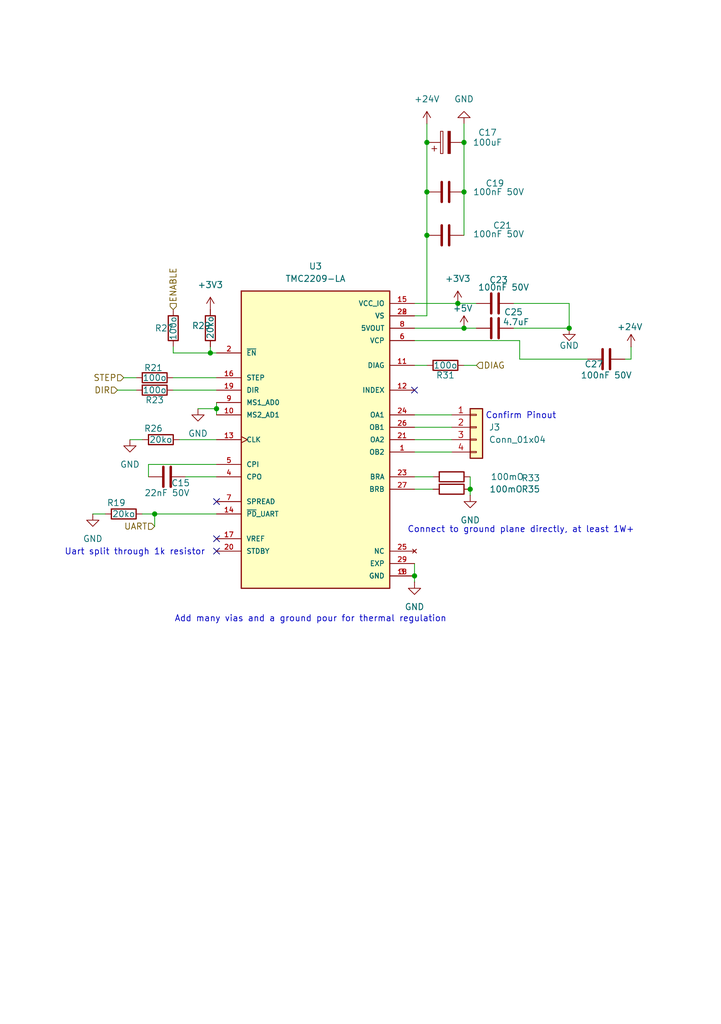
<source format=kicad_sch>
(kicad_sch (version 20250114) (generator "eeschema") (generator_version "9.0")
  (paper "A5" portrait)
  (lib_symbols
    (symbol "Connector_Generic:Conn_01x04" (pin_names (offset 1.016) (hide yes))
      (property "Reference" "J" (at 0 5.08 0))
      (property "Value" "Conn_01x04" (at 0 -7.62 0))
      (symbol "Conn_01x04_1_1"
        (rectangle (start -1.27 3.81) (end 1.27 -6.35) (stroke (width 0.254)) (fill (type background)))
        (rectangle (start -1.27 2.667) (end 0 2.413) (stroke (width 0.1524)))
        (rectangle (start -1.27 0.127) (end 0 -0.127) (stroke (width 0.1524)))
        (rectangle (start -1.27 -2.413) (end 0 -2.667) (stroke (width 0.1524)))
        (rectangle (start -1.27 -4.953) (end 0 -5.207) (stroke (width 0.1524)))
        (pin passive line (at -5.08 2.54 0) (length 3.81) (name "Pin_1") (number "1"))
        (pin passive line (at -5.08 0 0) (length 3.81) (name "Pin_2") (number "2"))
        (pin passive line (at -5.08 -2.54 0) (length 3.81) (name "Pin_3") (number "3"))
        (pin passive line (at -5.08 -5.08 0) (length 3.81) (name "Pin_4") (number "4"))
      )
    )
    (symbol "Device:C" (pin_numbers (hide yes)) (pin_names (offset 0.254))
      (property "Reference" "C" (at 0.635 2.54 0))
      (property "Value" "C" (at 0.635 -2.54 0))
      (symbol "C_0_1"
        (polyline (pts (xy -2.032 0.762) (xy 2.032 0.762)) (stroke (width 0.508)))
        (polyline (pts (xy -2.032 -0.762) (xy 2.032 -0.762)) (stroke (width 0.508)))
      )
      (symbol "C_1_1"
        (pin passive line (at 0 3.81 270) (length 2.794) (name "~") (number "1"))
        (pin passive line (at 0 -3.81 90) (length 2.794) (name "~") (number "2"))
      )
    )
    (symbol "Device:C_Polarized" (pin_numbers (hide yes)) (pin_names (offset 0.254))
      (property "Reference" "C" (at 0.635 2.54 0))
      (property "Value" "C_Polarized" (at 0.635 -2.54 0))
      (symbol "C_Polarized_0_1"
        (rectangle (start -2.286 0.508) (end 2.286 1.016))
        (polyline (pts (xy -1.778 2.286) (xy -0.762 2.286)))
        (polyline (pts (xy -1.27 2.794) (xy -1.27 1.778)))
        (rectangle (start 2.286 -0.508) (end -2.286 -1.016) (fill (type outline)))
      )
      (symbol "C_Polarized_1_1"
        (pin passive line (at 0 3.81 270) (length 2.794) (name "~") (number "1"))
        (pin passive line (at 0 -3.81 90) (length 2.794) (name "~") (number "2"))
      )
    )
    (symbol "Device:R" (pin_numbers (hide yes)) (pin_names (offset 0))
      (property "Reference" "R" (at 2.032 0 90))
      (property "Value" "R" (at 0 0 90))
      (symbol "R_0_1"
        (rectangle (start -1.016 -2.54) (end 1.016 2.54) (stroke (width 0.254)))
      )
      (symbol "R_1_1"
        (pin passive line (at 0 3.81 270) (length 1.27) (name "~") (number "1"))
        (pin passive line (at 0 -3.81 90) (length 1.27) (name "~") (number "2"))
      )
    )
    (symbol "TMC2209-LA:TMC2209-LA" (pin_names (offset 1.016))
      (property "Reference" "U" (at -15.24 30.48 0))
      (property "Value" "TMC2209-LA" (at -15.24 -33.02 0))
      (symbol "TMC2209-LA_0_0"
        (rectangle (start -15.24 -30.48) (end 15.24 30.48) (stroke (width 0.254)) (fill (type background)))
        (pin input line (at -20.32 17.78 0) (length 5.08) (name "~{EN}") (number "2"))
        (pin input line (at -20.32 12.7 0) (length 5.08) (name "STEP") (number "16"))
        (pin input line (at -20.32 10.16 0) (length 5.08) (name "DIR") (number "19"))
        (pin input line (at -20.32 7.62 0) (length 5.08) (name "MS1_AD0") (number "9"))
        (pin input line (at -20.32 5.08 0) (length 5.08) (name "MS2_AD1") (number "10"))
        (pin input clock (at -20.32 0 0) (length 5.08) (name "CLK") (number "13"))
        (pin input line (at -20.32 -5.08 0) (length 5.08) (name "CPI") (number "5"))
        (pin output line (at -20.32 -7.62 0) (length 5.08) (name "CPO") (number "4"))
        (pin input line (at -20.32 -12.7 0) (length 5.08) (name "SPREAD") (number "7"))
        (pin bidirectional line (at -20.32 -15.24 0) (length 5.08) (name "~{PD}_UART") (number "14"))
        (pin input line (at -20.32 -20.32 0) (length 5.08) (name "VREF") (number "17"))
        (pin input line (at -20.32 -22.86 0) (length 5.08) (name "STDBY") (number "20"))
        (pin power_in line (at 20.32 27.94 180) (length 5.08) (name "VCC_IO") (number "15"))
        (pin power_in line (at 20.32 25.4 180) (length 5.08) (name "VS") (number "22"))
        (pin power_in line (at 20.32 25.4 180) (length 5.08) (name "VS") (number "28"))
        (pin power_in line (at 20.32 22.86 180) (length 5.08) (name "5VOUT") (number "8"))
        (pin power_in line (at 20.32 20.32 180) (length 5.08) (name "VCP") (number "6"))
        (pin output line (at 20.32 15.24 180) (length 5.08) (name "DIAG") (number "11"))
        (pin output line (at 20.32 10.16 180) (length 5.08) (name "INDEX") (number "12"))
        (pin output line (at 20.32 5.08 180) (length 5.08) (name "OA1") (number "24"))
        (pin output line (at 20.32 2.54 180) (length 5.08) (name "OB1") (number "26"))
        (pin output line (at 20.32 0 180) (length 5.08) (name "OA2") (number "21"))
        (pin output line (at 20.32 -2.54 180) (length 5.08) (name "OB2") (number "1"))
        (pin bidirectional line (at 20.32 -7.62 180) (length 5.08) (name "BRA") (number "23"))
        (pin bidirectional line (at 20.32 -10.16 180) (length 5.08) (name "BRB") (number "27"))
        (pin no_connect line (at 20.32 -22.86 180) (length 5.08) (name "NC") (number "25"))
        (pin power_in line (at 20.32 -25.4 180) (length 5.08) (name "EXP") (number "29"))
        (pin power_in line (at 20.32 -27.94 180) (length 5.08) (name "GND") (number "18"))
        (pin power_in line (at 20.32 -27.94 180) (length 5.08) (name "GND") (number "3"))
      )
    )
    (symbol "power:+24V" (power) (pin_numbers (hide yes)) (pin_names (offset 0) (hide yes))
      (property "Value" "+24V" (at 0 3.556 0))
      (symbol "+24V_0_1"
        (polyline (pts (xy -0.762 1.27) (xy 0 2.54)))
        (polyline (pts (xy 0 2.54) (xy 0.762 1.27)))
        (polyline (pts (xy 0 0) (xy 0 2.54)))
      )
      (symbol "+24V_1_1"
        (pin power_in line (at 0 0 90) (length 0) (name "~") (number "1"))
      )
    )
    (symbol "power:+3V3" (power) (pin_numbers (hide yes)) (pin_names (offset 0) (hide yes))
      (property "Value" "+3V3" (at 0 3.556 0))
      (symbol "+3V3_0_1"
        (polyline (pts (xy -0.762 1.27) (xy 0 2.54)))
        (polyline (pts (xy 0 2.54) (xy 0.762 1.27)))
        (polyline (pts (xy 0 0) (xy 0 2.54)))
      )
      (symbol "+3V3_1_1"
        (pin power_in line (at 0 0 90) (length 0) (name "~") (number "1"))
      )
    )
    (symbol "power:+5V" (power) (pin_numbers (hide yes)) (pin_names (offset 0) (hide yes))
      (property "Value" "+5V" (at 0 3.556 0))
      (symbol "+5V_0_1"
        (polyline (pts (xy -0.762 1.27) (xy 0 2.54)))
        (polyline (pts (xy 0 2.54) (xy 0.762 1.27)))
        (polyline (pts (xy 0 0) (xy 0 2.54)))
      )
      (symbol "+5V_1_1"
        (pin power_in line (at 0 0 90) (length 0) (name "~") (number "1"))
      )
    )
    (symbol "power:GND" (power) (pin_numbers (hide yes)) (pin_names (offset 0) (hide yes))
      (property "Value" "GND" (at 0 -3.81 0))
      (symbol "GND_0_1"
        (polyline (pts (xy 0 0) (xy 0 -1.27) (xy 1.27 -1.27) (xy 0 -2.54) (xy -1.27 -1.27) (xy 0 -1.27)))
      )
      (symbol "GND_1_1"
        (pin power_in line (at 0 0 270) (length 0) (name "~") (number "1"))
      )
    )
  )
  (text "Confirm Pinout" (at 106.934 85.344 0) (effects (font (size 1.27 1.27))))
  (text "Uart split through 1k resistor" (at 27.686 113.284 0) (effects (font (size 1.27 1.27))))
  (text "Add many vias and a ground pour for thermal regulation" (at 63.754 127 0) (effects (font (size 1.27 1.27))))
  (text "Connect to ground plane directly, at least 1W+" (at 106.934 108.712 0) (effects (font (size 1.27 1.27))))
  (junction (at 95.25 29.21))
  (junction (at 85.09 118.11))
  (junction (at 87.63 39.37))
  (junction (at 31.75 105.41))
  (junction (at 116.84 67.31))
  (junction (at 93.98 62.23))
  (junction (at 44.45 83.82))
  (junction (at 95.25 39.37))
  (junction (at 95.25 67.31))
  (junction (at 87.63 29.21))
  (junction (at 96.52 100.33))
  (junction (at 43.18 72.39))
  (junction (at 87.63 48.26))
  (no_connect (at 44.45 102.87))
  (no_connect (at 44.45 113.03))
  (no_connect (at 44.45 110.49))
  (no_connect (at 85.09 80.01))
  (wire (pts (xy 87.63 25.4) (xy 87.63 29.21)))
  (wire (pts (xy 85.09 118.11) (xy 85.09 119.38)))
  (wire (pts (xy 129.54 71.12) (xy 129.54 73.66)))
  (wire (pts (xy 116.84 62.23) (xy 116.84 67.31)))
  (wire (pts (xy 85.09 67.31) (xy 95.25 67.31)))
  (wire (pts (xy 95.25 29.21) (xy 95.25 39.37)))
  (wire (pts (xy 43.18 72.39) (xy 44.45 72.39)))
  (wire (pts (xy 87.63 29.21) (xy 87.63 39.37)))
  (wire (pts (xy 44.45 97.79) (xy 38.1 97.79)))
  (wire (pts (xy 43.18 72.39) (xy 35.56 72.39)))
  (wire (pts (xy 106.68 73.66) (xy 120.65 73.66)))
  (wire (pts (xy 31.75 105.41) (xy 44.45 105.41)))
  (wire (pts (xy 40.64 83.82) (xy 44.45 83.82)))
  (wire (pts (xy 25.4 77.47) (xy 27.94 77.47)))
  (wire (pts (xy 35.56 80.01) (xy 44.45 80.01)))
  (wire (pts (xy 96.52 100.33) (xy 96.52 101.6)))
  (wire (pts (xy 26.67 90.17) (xy 29.21 90.17)))
  (wire (pts (xy 29.21 105.41) (xy 31.75 105.41)))
  (wire (pts (xy 85.09 64.77) (xy 87.63 64.77)))
  (wire (pts (xy 95.25 25.4) (xy 95.25 29.21)))
  (wire (pts (xy 24.13 80.01) (xy 27.94 80.01)))
  (wire (pts (xy 44.45 95.25) (xy 30.48 95.25)))
  (wire (pts (xy 44.45 82.55) (xy 44.45 83.82)))
  (wire (pts (xy 44.45 83.82) (xy 44.45 85.09)))
  (wire (pts (xy 96.52 97.79) (xy 96.52 100.33)))
  (wire (pts (xy 87.63 48.26) (xy 87.63 64.77)))
  (wire (pts (xy 95.25 39.37) (xy 95.25 48.26)))
  (wire (pts (xy 87.63 39.37) (xy 87.63 48.26)))
  (wire (pts (xy 85.09 90.17) (xy 92.71 90.17)))
  (wire (pts (xy 43.18 71.12) (xy 43.18 72.39)))
  (wire (pts (xy 36.83 90.17) (xy 44.45 90.17)))
  (wire (pts (xy 31.75 107.95) (xy 31.75 105.41)))
  (wire (pts (xy 95.25 67.31) (xy 97.79 67.31)))
  (wire (pts (xy 19.05 105.41) (xy 21.59 105.41)))
  (wire (pts (xy 85.09 87.63) (xy 92.71 87.63)))
  (wire (pts (xy 85.09 97.79) (xy 88.9 97.79)))
  (wire (pts (xy 93.98 62.23) (xy 97.79 62.23)))
  (wire (pts (xy 97.79 74.93) (xy 95.25 74.93)))
  (wire (pts (xy 85.09 115.57) (xy 85.09 118.11)))
  (wire (pts (xy 30.48 95.25) (xy 30.48 97.79)))
  (wire (pts (xy 35.56 72.39) (xy 35.56 71.12)))
  (wire (pts (xy 106.68 69.85) (xy 85.09 69.85)))
  (wire (pts (xy 105.41 67.31) (xy 116.84 67.31)))
  (wire (pts (xy 85.09 100.33) (xy 88.9 100.33)))
  (wire (pts (xy 106.68 73.66) (xy 106.68 69.85)))
  (wire (pts (xy 85.09 85.09) (xy 92.71 85.09)))
  (wire (pts (xy 129.54 73.66) (xy 128.27 73.66)))
  (wire (pts (xy 35.56 77.47) (xy 44.45 77.47)))
  (wire (pts (xy 85.09 92.71) (xy 92.71 92.71)))
  (wire (pts (xy 85.09 62.23) (xy 93.98 62.23)))
  (wire (pts (xy 105.41 62.23) (xy 116.84 62.23)))
  (wire (pts (xy 85.09 74.93) (xy 87.63 74.93)))
  (hierarchical_label "DIAG" (shape input) (at 97.79 74.93 0))
  (hierarchical_label "ENABLE" (shape input) (at 35.56 63.5 90))
  (hierarchical_label "DIR" (shape input) (at 24.13 80.01 180))
  (hierarchical_label "STEP" (shape input) (at 25.4 77.47 180))
  (hierarchical_label "UART" (shape input) (at 31.75 107.95 180))
  (symbol (lib_id "power:GND") (at 116.84 67.31 0) (unit 1)
    (property "Reference" "#PWR08" (effects (hide yes)))
    (property "Value" "GND" (at 116.84 70.866 0))
    (property "Description" "Power symbol creates a global label with name \"GND\" , ground" (effects (hide yes)))
    (instances (project "A1-Main-Board" (path "" (reference "#PWR045") (unit 1)) (path "" (reference "#PWR023") (unit 1)) (path "" (reference "#PWR08") (unit 1))))
  )
  (symbol (lib_id "Device:C_Polarized") (at 91.44 29.21 90) (unit 1)
    (property "Reference" "C7" (at 100.076 27.178 90))
    (property "Value" "100uF" (at 100.076 29.21 90))
    (property "Footprint" "Capacitor_SMD:CP_Elec_8x10" (effects (hide yes)))
    (property "Description" "Polarized capacitor" (effects (hide yes)))
    (instances (project "A1-Main-Board" (path "" (reference "C17") (unit 1)) (path "" (reference "C9") (unit 1)) (path "" (reference "C7") (unit 1))))
  )
  (symbol (lib_id "Device:C") (at 34.29 97.79 90) (unit 1)
    (property "Reference" "C1" (at 37.084 99.06 90))
    (property "Value" "22nF 50V" (at 34.29 101.092 90))
    (property "Description" "Unpolarized capacitor" (effects (hide yes)))
    (instances (project "A1-Main-Board" (path "" (reference "C15") (unit 1)) (path "" (reference "C8") (unit 1)) (path "" (reference "C1") (unit 1))))
  )
  (symbol (lib_id "Device:R") (at 33.02 90.17 90) (unit 1)
    (property "Reference" "R7" (at 31.496 87.884 90))
    (property "Value" "20ko" (at 33.02 90.17 90))
    (property "Description" "Resistor" (effects (hide yes)))
    (instances (project "A1-Main-Board" (path "" (reference "R26") (unit 1)) (path "" (reference "R13") (unit 1)) (path "" (reference "R7") (unit 1))))
  )
  (symbol (lib_id "TMC2209-LA:TMC2209-LA") (at 64.77 90.17 0) (unit 1)
    (property "Reference" "U1" (at 64.77 54.61 0))
    (property "Value" "TMC2209-LA" (at 64.77 57.15 0))
    (property "Footprint" "TMC2209-LA:QFN50P500X500X90-29N" (effects (hide yes)))
    (property "MF" "Trinamic" (effects (hide yes)))
    (property "MAXIMUM_PACKAGE_HEIGHT" "0.90mm" (effects (hide yes)))
    (property "Package" "VFQFN-28 Trinamic" (effects (hide yes)))
    (property "Price" "None" (effects (hide yes)))
    (property "Check_prices" "https://www.snapeda.com/parts/TMC2209-LA/Trinamic/view-part/?ref=eda" (effects (hide yes)))
    (property "STANDARD" "IPC-7351B" (effects (hide yes)))
    (property "PARTREV" "1.08" (effects (hide yes)))
    (property "SnapEDA_Link" "https://www.snapeda.com/parts/TMC2209-LA/Trinamic/view-part/?ref=snap" (effects (hide yes)))
    (property "MP" "TMC2209-LA" (effects (hide yes)))
    (property "Description_1" "\n                        \n                            Motor / Motion / Ignition Controllers & Drivers Silent stepper motor driver 5 to 36V, up to 1.4A with S/D and UART Interface, 256  Steps, SpreadCycle and Stealthchop2\n                        \n" (effects (hide yes)))
    (property "MANUFACTURER" "Trinamic" (effects (hide yes)))
    (property "Availability" "Not in stock" (effects (hide yes)))
    (property "SNAPEDA_PN" "TMC2209-LA" (effects (hide yes)))
    (instances (project "A1-Main-Board" (path "" (reference "U3") (unit 1)) (path "" (reference "U2") (unit 1)) (path "" (reference "U1") (unit 1))))
  )
  (symbol (lib_id "power:GND") (at 19.05 105.41 0) (unit 1)
    (property "Reference" "#PWR06" (effects (hide yes)))
    (property "Value" "GND" (at 19.05 110.49 0))
    (property "Description" "Power symbol creates a global label with name \"GND\" , ground" (effects (hide yes)))
    (instances (project "A1-Main-Board" (path "" (reference "#PWR025") (unit 1)) (path "" (reference "#PWR013") (unit 1)) (path "" (reference "#PWR06") (unit 1))))
  )
  (symbol (lib_id "Device:R") (at 43.18 67.31 180) (unit 1)
    (property "Reference" "R5" (at 39.37 66.802 0) (effects (justify right)))
    (property "Value" "20ko" (at 43.18 69.596 90) (effects (justify right)))
    (property "Description" "Resistor" (effects (hide yes)))
    (instances (project "A1-Main-Board" (path "" (reference "R29") (unit 1)) (path "" (reference "R15") (unit 1)) (path "" (reference "R5") (unit 1))))
  )
  (symbol (lib_id "Device:R") (at 31.75 80.01 90) (unit 1)
    (property "Reference" "R4" (at 31.75 82.042 90))
    (property "Value" "100o" (at 31.75 80.01 90))
    (property "Description" "Resistor" (effects (hide yes)))
    (instances (project "A1-Main-Board" (path "" (reference "R23") (unit 1)) (path "" (reference "R12") (unit 1)) (path "" (reference "R4") (unit 1))))
  )
  (symbol (lib_id "Device:C") (at 124.46 73.66 90) (unit 1)
    (property "Reference" "C2" (at 121.92 74.676 90))
    (property "Value" "100nF 50V" (at 124.46 76.962 90))
    (property "Description" "Unpolarized capacitor" (effects (hide yes)))
    (instances (project "A1-Main-Board" (path "" (reference "C27") (unit 1)) (path "" (reference "C14") (unit 1)) (path "" (reference "C2") (unit 1))))
  )
  (symbol (lib_id "power:GND") (at 96.52 101.6 0) (unit 1)
    (property "Reference" "#PWR01" (effects (hide yes)))
    (property "Value" "GND" (at 96.52 106.68 0))
    (property "Description" "Power symbol creates a global label with name \"GND\" , ground" (effects (hide yes)))
    (instances (project "A1-Main-Board" (path "" (reference "#PWR043") (unit 1)) (path "" (reference "#PWR022") (unit 1)) (path "" (reference "#PWR01") (unit 1))))
  )
  (symbol (lib_id "power:+24V") (at 129.54 71.12 0) (unit 1)
    (property "Reference" "#PWR07" (effects (hide yes)))
    (property "Value" "+24V" (at 129.286 67.056 0))
    (property "Description" "Power symbol creates a global label with name \"+24V\"" (effects (hide yes)))
    (instances (project "A1-Main-Board" (path "" (reference "#PWR047") (unit 1)) (path "" (reference "#PWR024") (unit 1)) (path "" (reference "#PWR07") (unit 1))))
  )
  (symbol (lib_id "power:+3V3") (at 43.18 63.5 0) (unit 1)
    (property "Reference" "#PWR04" (effects (hide yes)))
    (property "Value" "+3V3" (at 43.18 58.42 0))
    (property "Description" "Power symbol creates a global label with name \"+3V3\"" (effects (hide yes)))
    (instances (project "A1-Main-Board" (path "" (reference "#PWR031") (unit 1)) (path "" (reference "#PWR016") (unit 1)) (path "" (reference "#PWR04") (unit 1))))
  )
  (symbol (lib_id "power:GND") (at 95.25 25.4 180) (unit 1)
    (property "Reference" "#PWR012" (effects (hide yes)))
    (property "Value" "GND" (at 95.25 20.32 0))
    (property "Description" "Power symbol creates a global label with name \"GND\" , ground" (effects (hide yes)))
    (instances (project "A1-Main-Board" (path "" (reference "#PWR039") (unit 1)) (path "" (reference "#PWR020") (unit 1)) (path "" (reference "#PWR012") (unit 1))))
  )
  (symbol (lib_id "power:GND") (at 26.67 90.17 0) (unit 1)
    (property "Reference" "#PWR05" (effects (hide yes)))
    (property "Value" "GND" (at 26.67 95.25 0))
    (property "Description" "Power symbol creates a global label with name \"GND\" , ground" (effects (hide yes)))
    (instances (project "A1-Main-Board" (path "" (reference "#PWR027") (unit 1)) (path "" (reference "#PWR014") (unit 1)) (path "" (reference "#PWR05") (unit 1))))
  )
  (symbol (lib_id "Device:C") (at 101.6 62.23 90) (unit 1)
    (property "Reference" "C4" (at 102.362 57.404 90))
    (property "Value" "100nF 50V" (at 103.378 58.928 90))
    (property "Description" "Unpolarized capacitor" (effects (hide yes)))
    (instances (project "A1-Main-Board" (path "" (reference "C23") (unit 1)) (path "" (reference "C12") (unit 1)) (path "" (reference "C4") (unit 1))))
  )
  (symbol (lib_id "Device:R") (at 35.56 67.31 0) (unit 1)
    (property "Reference" "R6" (at 31.75 67.31 0) (effects (justify left)))
    (property "Value" "100o" (at 35.56 69.85 90) (effects (justify left)))
    (property "Description" "Resistor" (effects (hide yes)))
    (instances (project "A1-Main-Board" (path "" (reference "R27") (unit 1)) (path "" (reference "R14") (unit 1)) (path "" (reference "R6") (unit 1))))
  )
  (symbol (lib_id "Device:R") (at 92.71 97.79 90) (unit 1)
    (property "Reference" "R1" (at 108.966 98.044 90))
    (property "Value" "100mO" (at 104.14 97.79 90))
    (property "Description" "Resistor" (effects (hide yes)))
    (instances (project "A1-Main-Board" (path "" (reference "R33") (unit 1)) (path "" (reference "R17") (unit 1)) (path "" (reference "R1") (unit 1))))
  )
  (symbol (lib_id "Device:R") (at 91.44 74.93 90) (unit 1)
    (property "Reference" "R9" (at 91.44 76.962 90))
    (property "Value" "100o" (at 91.44 74.93 90))
    (property "Description" "Resistor" (effects (hide yes)))
    (instances (project "A1-Main-Board" (path "" (reference "R31") (unit 1)) (path "" (reference "R16") (unit 1)) (path "" (reference "R9") (unit 1))))
  )
  (symbol (lib_id "power:GND") (at 85.09 119.38 0) (unit 1)
    (property "Reference" "#PWR02" (effects (hide yes)))
    (property "Value" "GND" (at 85.09 124.46 0))
    (property "Description" "Power symbol creates a global label with name \"GND\" , ground" (effects (hide yes)))
    (instances (project "A1-Main-Board" (path "" (reference "#PWR033") (unit 1)) (path "" (reference "#PWR017") (unit 1)) (path "" (reference "#PWR02") (unit 1))))
  )
  (symbol (lib_id "Device:R") (at 25.4 105.41 90) (unit 1)
    (property "Reference" "R8" (at 23.876 103.124 90))
    (property "Value" "20ko" (at 25.4 105.41 90))
    (property "Description" "Resistor" (effects (hide yes)))
    (instances (project "A1-Main-Board" (path "" (reference "R19") (unit 1)) (path "" (reference "R10") (unit 1)) (path "" (reference "R8") (unit 1))))
  )
  (symbol (lib_id "Device:C") (at 91.44 39.37 90) (unit 1)
    (property "Reference" "C6" (at 101.6 37.592 90))
    (property "Value" "100nF 50V" (at 102.362 39.37 90))
    (property "Description" "Unpolarized capacitor" (effects (hide yes)))
    (instances (project "A1-Main-Board" (path "" (reference "C19") (unit 1)) (path "" (reference "C10") (unit 1)) (path "" (reference "C6") (unit 1))))
  )
  (symbol (lib_id "Device:R") (at 31.75 77.47 90) (unit 1)
    (property "Reference" "R3" (at 31.496 75.438 90))
    (property "Value" "100o" (at 31.75 77.47 90))
    (property "Description" "Resistor" (effects (hide yes)))
    (instances (project "A1-Main-Board" (path "" (reference "R21") (unit 1)) (path "" (reference "R11") (unit 1)) (path "" (reference "R3") (unit 1))))
  )
  (symbol (lib_id "Device:R") (at 92.71 100.33 90) (unit 1)
    (property "Reference" "R2" (at 108.966 100.33 90))
    (property "Value" "100mO" (at 103.886 100.33 90))
    (property "Description" "Resistor" (effects (hide yes)))
    (instances (project "A1-Main-Board" (path "" (reference "R35") (unit 1)) (path "" (reference "R18") (unit 1)) (path "" (reference "R2") (unit 1))))
  )
  (symbol (lib_id "power:+3V3") (at 93.98 62.23 0) (unit 1)
    (property "Reference" "#PWR010" (effects (hide yes)))
    (property "Value" "+3V3" (at 93.98 57.15 0))
    (property "Description" "Power symbol creates a global label with name \"+3V3\"" (effects (hide yes)))
    (instances (project "A1-Main-Board" (path "" (reference "#PWR037") (unit 1)) (path "" (reference "#PWR019") (unit 1)) (path "" (reference "#PWR010") (unit 1))))
  )
  (symbol (lib_id "power:+5V") (at 95.25 67.31 0) (unit 1)
    (property "Reference" "#PWR09" (effects (hide yes)))
    (property "Value" "+5V" (at 94.996 63.246 0))
    (property "Description" "Power symbol creates a global label with name \"+5V\"" (effects (hide yes)))
    (instances (project "A1-Main-Board" (path "" (reference "#PWR041") (unit 1)) (path "" (reference "#PWR021") (unit 1)) (path "" (reference "#PWR09") (unit 1))))
  )
  (symbol (lib_id "Device:C") (at 91.44 48.26 90) (unit 1)
    (property "Reference" "C5" (at 103.124 46.228 90))
    (property "Value" "100nF 50V" (at 102.362 48.006 90))
    (property "Description" "Unpolarized capacitor" (effects (hide yes)))
    (instances (project "A1-Main-Board" (path "" (reference "C21") (unit 1)) (path "" (reference "C11") (unit 1)) (path "" (reference "C5") (unit 1))))
  )
  (symbol (lib_id "power:GND") (at 40.64 83.82 0) (unit 1)
    (property "Reference" "#PWR03" (effects (hide yes)))
    (property "Value" "GND" (at 40.64 88.9 0))
    (property "Description" "Power symbol creates a global label with name \"GND\" , ground" (effects (hide yes)))
    (instances (project "A1-Main-Board" (path "" (reference "#PWR030") (unit 1)) (path "" (reference "#PWR015") (unit 1)) (path "" (reference "#PWR03") (unit 1))))
  )
  (symbol (lib_id "Connector_Generic:Conn_01x04") (at 97.79 87.63 0) (unit 1)
    (property "Reference" "J1" (at 100.33 87.6299 0) (effects (justify left)))
    (property "Value" "Conn_01x04" (at 100.33 90.1699 0) (effects (justify left)))
    (property "Description" "Generic connector, single row, 01x04, script generated (kicad-library-utils/schlib/autogen/connector/)" (effects (hide yes)))
    (instances (project "A1-Main-Board" (path "" (reference "J3") (unit 1)) (path "" (reference "J2") (unit 1)) (path "" (reference "J1") (unit 1))))
  )
  (symbol (lib_id "power:+24V") (at 87.63 25.4 0) (unit 1)
    (property "Reference" "#PWR011" (effects (hide yes)))
    (property "Value" "+24V" (at 87.63 20.32 0))
    (property "Description" "Power symbol creates a global label with name \"+24V\"" (effects (hide yes)))
    (instances (project "A1-Main-Board" (path "" (reference "#PWR035") (unit 1)) (path "" (reference "#PWR018") (unit 1)) (path "" (reference "#PWR011") (unit 1))))
  )
  (symbol (lib_id "Device:C") (at 101.6 67.31 90) (unit 1)
    (property "Reference" "C3" (at 105.41 64.008 90))
    (property "Value" "4.7uF" (at 105.918 66.04 90))
    (property "Description" "Unpolarized capacitor" (effects (hide yes)))
    (instances (project "A1-Main-Board" (path "" (reference "C25") (unit 1)) (path "" (reference "C13") (unit 1)) (path "" (reference "C3") (unit 1))))
  )
)
</source>
